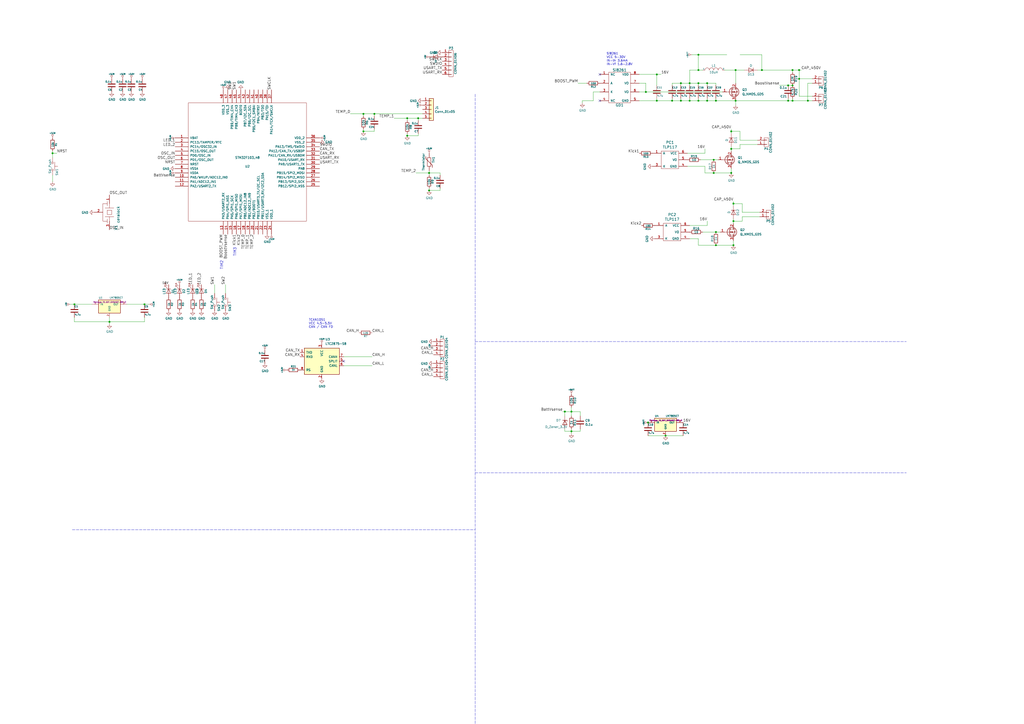
<source format=kicad_sch>
(kicad_sch (version 20211123) (generator eeschema)
  (paper "A2")
  (junction (at 63.5 186.69))
  (junction (at 331.47 238.76))
  (junction (at 463.55 40.64))
  (junction (at 217.17 66.04))
  (junction (at 400.05 58.42))
  (junction (at 414.02 100.33))
  (junction (at 248.92 100.33))
  (junction (at 331.47 250.19))
  (junction (at 457.2 49.53))
  (junction (at 210.82 76.2))
  (junction (at 381 43.18))
  (junction (at 405.13 58.42))
  (junction (at 414.02 92.71))
  (junction (at 394.97 58.42))
  (junction (at 389.89 58.42))
  (junction (at 405.13 48.26))
  (junction (at 459.74 58.42))
  (junction (at 426.72 40.64))
  (junction (at 459.74 40.64))
  (junction (at 236.22 68.58))
  (junction (at 415.29 142.24))
  (junction (at 425.45 128.27))
  (junction (at 468.63 58.42))
  (junction (at 424.18 76.2))
  (junction (at 457.2 58.42))
  (junction (at 415.29 58.42))
  (junction (at 43.18 176.53))
  (junction (at 405.13 31.75))
  (junction (at 394.97 48.26))
  (junction (at 236.22 78.74))
  (junction (at 425.45 142.24))
  (junction (at 242.57 68.58))
  (junction (at 459.74 49.53))
  (junction (at 386.08 252.73))
  (junction (at 248.92 110.49))
  (junction (at 327.66 238.76))
  (junction (at 375.92 245.11))
  (junction (at 426.72 58.42))
  (junction (at 415.29 134.62))
  (junction (at 405.13 40.64))
  (junction (at 410.21 48.26))
  (junction (at 30.48 88.9))
  (junction (at 410.21 58.42))
  (junction (at 441.96 40.64))
  (junction (at 463.55 45.72))
  (junction (at 381 58.42))
  (junction (at 210.82 66.04))
  (junction (at 83.82 176.53))
  (junction (at 374.65 53.34))
  (junction (at 425.45 118.11))
  (junction (at 424.18 86.36))
  (junction (at 424.18 100.33))
  (junction (at 400.05 48.26))
  (no_connect (at 199.39 209.55))
  (no_connect (at 347.98 58.42))
  (no_connect (at 347.98 43.18))
  (wire (pts (xy 429.26 86.36) (xy 429.26 83.82)))
  (wire (pts (xy 441.96 31.75) (xy 429.26 31.75)))
  (wire (pts (xy 331.47 236.22) (xy 331.47 238.76)))
  (wire (pts (xy 394.97 57.15) (xy 394.97 58.42)))
  (wire (pts (xy 236.22 68.58) (xy 242.57 68.58)))
  (wire (pts (xy 457.2 58.42) (xy 459.74 58.42)))
  (wire (pts (xy 83.82 176.53) (xy 86.36 176.53)))
  (wire (pts (xy 452.12 49.53) (xy 457.2 49.53)))
  (wire (pts (xy 471.17 58.42) (xy 468.63 58.42)))
  (wire (pts (xy 471.17 48.26) (xy 468.63 48.26)))
  (wire (pts (xy 430.53 118.11) (xy 430.53 123.19)))
  (wire (pts (xy 471.17 55.88) (xy 463.55 55.88)))
  (wire (pts (xy 425.45 139.7) (xy 425.45 142.24)))
  (wire (pts (xy 381 57.15) (xy 381 58.42)))
  (wire (pts (xy 401.32 31.75) (xy 405.13 31.75)))
  (wire (pts (xy 245.11 68.58) (xy 242.57 68.58)))
  (wire (pts (xy 63.5 186.69) (xy 63.5 187.96)))
  (wire (pts (xy 468.63 48.26) (xy 468.63 58.42)))
  (wire (pts (xy 415.29 58.42) (xy 426.72 58.42)))
  (wire (pts (xy 331.47 238.76) (xy 331.47 241.3)))
  (wire (pts (xy 424.18 76.2) (xy 429.26 76.2)))
  (wire (pts (xy 463.55 40.64) (xy 464.82 40.64)))
  (wire (pts (xy 430.53 125.73) (xy 440.69 125.73)))
  (wire (pts (xy 30.48 101.6) (xy 30.48 105.41)))
  (wire (pts (xy 255.27 110.49) (xy 255.27 109.22)))
  (wire (pts (xy 30.48 88.9) (xy 33.02 88.9)))
  (wire (pts (xy 389.89 48.26) (xy 394.97 48.26)))
  (wire (pts (xy 410.21 48.26) (xy 405.13 48.26)))
  (wire (pts (xy 248.92 100.33) (xy 255.27 100.33)))
  (wire (pts (xy 331.47 238.76) (xy 336.55 238.76)))
  (wire (pts (xy 459.74 58.42) (xy 459.74 57.15)))
  (wire (pts (xy 426.72 58.42) (xy 426.72 60.96)))
  (polyline (pts (xy 275.59 198.12) (xy 525.78 198.12)))
  (wire (pts (xy 429.26 83.82) (xy 439.42 83.82)))
  (wire (pts (xy 394.97 58.42) (xy 400.05 58.42)))
  (polyline (pts (xy 275.59 274.32) (xy 525.78 274.32)))
  (wire (pts (xy 426.72 58.42) (xy 457.2 58.42)))
  (wire (pts (xy 43.18 186.69) (xy 63.5 186.69)))
  (wire (pts (xy 441.96 31.75) (xy 441.96 40.64)))
  (wire (pts (xy 336.55 238.76) (xy 336.55 241.3)))
  (wire (pts (xy 255.27 100.33) (xy 255.27 101.6)))
  (wire (pts (xy 405.13 57.15) (xy 405.13 58.42)))
  (wire (pts (xy 199.39 212.09) (xy 215.9 212.09)))
  (wire (pts (xy 425.45 118.11) (xy 425.45 116.84)))
  (wire (pts (xy 426.72 40.64) (xy 431.8 40.64)))
  (wire (pts (xy 405.13 49.53) (xy 405.13 48.26)))
  (wire (pts (xy 331.47 250.19) (xy 336.55 250.19)))
  (wire (pts (xy 424.18 86.36) (xy 429.26 86.36)))
  (wire (pts (xy 420.37 40.64) (xy 426.72 40.64)))
  (wire (pts (xy 370.84 43.18) (xy 381 43.18)))
  (wire (pts (xy 410.21 58.42) (xy 415.29 58.42)))
  (wire (pts (xy 400.05 138.43) (xy 405.13 138.43)))
  (wire (pts (xy 389.89 49.53) (xy 389.89 48.26)))
  (wire (pts (xy 83.82 186.69) (xy 83.82 184.15)))
  (wire (pts (xy 424.18 100.33) (xy 414.02 100.33)))
  (wire (pts (xy 210.82 76.2) (xy 210.82 74.93)))
  (wire (pts (xy 457.2 58.42) (xy 457.2 57.15)))
  (polyline (pts (xy 275.59 54.61) (xy 275.59 424.18)))
  (wire (pts (xy 457.2 49.53) (xy 459.74 49.53)))
  (wire (pts (xy 408.94 100.33) (xy 414.02 100.33)))
  (wire (pts (xy 210.82 76.2) (xy 217.17 76.2)))
  (wire (pts (xy 236.22 78.74) (xy 242.57 78.74)))
  (wire (pts (xy 73.66 176.53) (xy 83.82 176.53)))
  (wire (pts (xy 236.22 68.58) (xy 236.22 69.85)))
  (wire (pts (xy 374.65 53.34) (xy 419.1 53.34)))
  (wire (pts (xy 386.08 252.73) (xy 396.24 252.73)))
  (wire (pts (xy 331.47 238.76) (xy 327.66 238.76)))
  (wire (pts (xy 43.18 186.69) (xy 43.18 184.15)))
  (wire (pts (xy 331.47 250.19) (xy 331.47 248.92)))
  (wire (pts (xy 370.84 48.26) (xy 374.65 48.26)))
  (wire (pts (xy 400.05 58.42) (xy 405.13 58.42)))
  (wire (pts (xy 459.74 58.42) (xy 468.63 58.42)))
  (wire (pts (xy 40.64 176.53) (xy 43.18 176.53)))
  (wire (pts (xy 337.82 58.42) (xy 337.82 59.69)))
  (wire (pts (xy 405.13 31.75) (xy 405.13 40.64)))
  (wire (pts (xy 344.17 53.34) (xy 347.98 53.34)))
  (wire (pts (xy 400.05 130.81) (xy 410.21 130.81)))
  (wire (pts (xy 394.97 48.26) (xy 400.05 48.26)))
  (wire (pts (xy 417.83 134.62) (xy 415.29 134.62)))
  (wire (pts (xy 471.17 45.72) (xy 463.55 45.72)))
  (wire (pts (xy 439.42 40.64) (xy 441.96 40.64)))
  (wire (pts (xy 30.48 88.9) (xy 30.48 91.44)))
  (wire (pts (xy 400.05 57.15) (xy 400.05 58.42)))
  (wire (pts (xy 248.92 100.33) (xy 248.92 101.6)))
  (wire (pts (xy 425.45 128.27) (xy 430.53 128.27)))
  (wire (pts (xy 370.84 53.34) (xy 374.65 53.34)))
  (wire (pts (xy 242.57 78.74) (xy 242.57 77.47)))
  (wire (pts (xy 429.26 81.28) (xy 439.42 81.28)))
  (wire (pts (xy 425.45 119.38) (xy 425.45 118.11)))
  (wire (pts (xy 424.18 86.36) (xy 424.18 87.63)))
  (wire (pts (xy 415.29 134.62) (xy 407.67 134.62)))
  (wire (pts (xy 398.78 88.9) (xy 408.94 88.9)))
  (wire (pts (xy 210.82 66.04) (xy 210.82 67.31)))
  (wire (pts (xy 217.17 66.04) (xy 217.17 67.31)))
  (wire (pts (xy 405.13 142.24) (xy 415.29 142.24)))
  (wire (pts (xy 405.13 40.64) (xy 407.67 40.64)))
  (wire (pts (xy 217.17 76.2) (xy 217.17 74.93)))
  (wire (pts (xy 335.28 48.26) (xy 340.36 48.26)))
  (wire (pts (xy 331.47 251.46) (xy 331.47 250.19)))
  (wire (pts (xy 375.92 252.73) (xy 386.08 252.73)))
  (wire (pts (xy 242.57 68.58) (xy 242.57 69.85)))
  (wire (pts (xy 400.05 40.64) (xy 405.13 40.64)))
  (wire (pts (xy 415.29 57.15) (xy 415.29 58.42)))
  (wire (pts (xy 421.64 31.75) (xy 405.13 31.75)))
  (wire (pts (xy 327.66 241.3) (xy 327.66 238.76)))
  (wire (pts (xy 389.89 57.15) (xy 389.89 58.42)))
  (wire (pts (xy 30.48 87.63) (xy 30.48 88.9)))
  (wire (pts (xy 327.66 248.92) (xy 327.66 250.19)))
  (wire (pts (xy 236.22 68.58) (xy 228.6 68.58)))
  (wire (pts (xy 236.22 78.74) (xy 236.22 77.47)))
  (wire (pts (xy 43.18 176.53) (xy 53.34 176.53)))
  (wire (pts (xy 415.29 48.26) (xy 410.21 48.26)))
  (wire (pts (xy 63.5 186.69) (xy 83.82 186.69)))
  (wire (pts (xy 381 43.18) (xy 381 49.53)))
  (wire (pts (xy 425.45 127) (xy 425.45 128.27)))
  (wire (pts (xy 248.92 110.49) (xy 255.27 110.49)))
  (wire (pts (xy 248.92 109.22) (xy 248.92 110.49)))
  (wire (pts (xy 405.13 58.42) (xy 410.21 58.42)))
  (wire (pts (xy 425.45 118.11) (xy 430.53 118.11)))
  (wire (pts (xy 408.94 96.52) (xy 408.94 100.33)))
  (wire (pts (xy 210.82 66.04) (xy 217.17 66.04)))
  (wire (pts (xy 327.66 238.76) (xy 326.39 238.76)))
  (wire (pts (xy 424.18 77.47) (xy 424.18 76.2)))
  (wire (pts (xy 248.92 100.33) (xy 241.3 100.33)))
  (wire (pts (xy 405.13 138.43) (xy 405.13 142.24)))
  (wire (pts (xy 425.45 142.24) (xy 415.29 142.24)))
  (wire (pts (xy 463.55 55.88) (xy 463.55 45.72)))
  (wire (pts (xy 400.05 48.26) (xy 400.05 49.53)))
  (wire (pts (xy 389.89 58.42) (xy 394.97 58.42)))
  (wire (pts (xy 424.18 85.09) (xy 424.18 86.36)))
  (wire (pts (xy 430.53 128.27) (xy 430.53 125.73)))
  (wire (pts (xy 383.54 43.18) (xy 381 43.18)))
  (wire (pts (xy 217.17 66.04) (xy 245.11 66.04)))
  (wire (pts (xy 370.84 58.42) (xy 381 58.42)))
  (wire (pts (xy 410.21 130.81) (xy 410.21 128.27)))
  (wire (pts (xy 374.65 48.26) (xy 374.65 53.34)))
  (wire (pts (xy 429.26 76.2) (xy 429.26 81.28)))
  (wire (pts (xy 381 58.42) (xy 389.89 58.42)))
  (wire (pts (xy 463.55 40.64) (xy 463.55 45.72)))
  (wire (pts (xy 398.78 96.52) (xy 408.94 96.52)))
  (wire (pts (xy 415.29 49.53) (xy 415.29 48.26)))
  (wire (pts (xy 248.92 99.06) (xy 248.92 100.33)))
  (wire (pts (xy 199.39 207.01) (xy 215.9 207.01)))
  (wire (pts (xy 425.45 128.27) (xy 425.45 129.54)))
  (wire (pts (xy 426.72 40.64) (xy 426.72 48.26)))
  (wire (pts (xy 441.96 40.64) (xy 459.74 40.64)))
  (wire (pts (xy 336.55 250.19) (xy 336.55 248.92)))
  (wire (pts (xy 344.17 58.42) (xy 344.17 53.34)))
  (wire (pts (xy 400.05 48.26) (xy 400.05 40.64)))
  (wire (pts (xy 124.46 165.1) (xy 124.46 170.18)))
  (wire (pts (xy 327.66 250.19) (xy 331.47 250.19)))
  (wire (pts (xy 414.02 92.71) (xy 406.4 92.71)))
  (wire (pts (xy 410.21 57.15) (xy 410.21 58.42)))
  (wire (pts (xy 394.97 49.53) (xy 394.97 48.26)))
  (wire (pts (xy 130.81 165.1) (xy 130.81 170.18)))
  (polyline (pts (xy 41.91 307.34) (xy 275.59 307.34)))
  (wire (pts (xy 408.94 88.9) (xy 408.94 86.36)))
  (wire (pts (xy 63.5 184.15) (xy 63.5 186.69)))
  (wire (pts (xy 459.74 40.64) (xy 459.74 41.91)))
  (wire (pts (xy 416.56 92.71) (xy 414.02 92.71)))
  (wire (pts (xy 210.82 66.04) (xy 203.2 66.04)))
  (wire (pts (xy 430.53 123.19) (xy 440.69 123.19)))
  (wire (pts (xy 424.18 76.2) (xy 424.18 74.93)))
  (wire (pts (xy 459.74 40.64) (xy 463.55 40.64)))
  (wire (pts (xy 337.82 58.42) (xy 344.17 58.42)))
  (wire (pts (xy 405.13 48.26) (xy 400.05 48.26)))
  (wire (pts (xy 410.21 49.53) (xy 410.21 48.26)))
  (wire (pts (xy 424.18 97.79) (xy 424.18 100.33)))
  (text "Si8261\nVCC 5-30V\nIN-th 3.6mA\nIN-Vf 1.6-2.8V" (at 351.79 38.1 0) (effects (font (size 1.27 1.27)) (justify left bottom)))
  (text "TIM3\n" (at 137.16 143.51 270) (effects (font (size 1.524 1.524)) (justify right bottom)))
  (text "TCAN1051\nVCC 4.5-5.5V\nCAN / CAN FD" (at 179.07 190.5 0) (effects (font (size 1.27 1.27)) (justify left bottom)))
  (text "TIM2\n" (at 129.54 151.13 270) (effects (font (size 1.524 1.524)) (justify right bottom)))
  (label "CAN_TX" (at 173.99 204.47 180) (effects (font (size 1.524 1.524))))
  (label "TEMP_0" (at 203.2 66.04 180) (effects (font (size 1.524 1.524))))
  (label "SW1" (at 137.16 52.07 90) (effects (font (size 1.524 1.524))))
  (label "OSC_OUT" (at 63.5 113.03 0) (effects (font (size 1.524 1.524))))
  (label "USART_RX" (at 185.42 92.71 0) (effects (font (size 1.524 1.524))))
  (label "CAN_RX" (at 173.99 207.01 180) (effects (font (size 1.524 1.524))))
  (label "SWDIO" (at 185.42 85.09 0) (effects (font (size 1.524 1.524))))
  (label "TEMP_2" (at 147.32 135.89 270) (effects (font (size 1.524 1.524))))
  (label "Kick1" (at 370.84 88.9 180) (effects (font (size 1.524 1.524))))
  (label "NRST" (at 101.6 95.25 180) (effects (font (size 1.524 1.524))))
  (label "USART_TX" (at 256.54 40.64 180) (effects (font (size 1.524 1.524))))
  (label "SW2" (at 130.81 165.1 90) (effects (font (size 1.524 1.524))))
  (label "BoostVsense" (at 132.08 135.89 270) (effects (font (size 1.524 1.524))))
  (label "SWCLK" (at 157.48 52.07 90) (effects (font (size 1.524 1.524))))
  (label "CAN_H" (at 251.46 203.2 180) (effects (font (size 1.524 1.524))))
  (label "CAN_L" (at 251.46 218.44 180) (effects (font (size 1.524 1.524))))
  (label "16V" (at 396.24 245.11 0) (effects (font (size 1.524 1.524))))
  (label "TEMP_1" (at 144.78 135.89 270) (effects (font (size 1.524 1.524))))
  (label "16V" (at 97.79 165.1 180))
  (label "BOOST_PWM" (at 129.54 135.89 270) (effects (font (size 1.524 1.524))))
  (label "CAN_L" (at 215.9 212.09 0) (effects (font (size 1.524 1.524))))
  (label "CAP_450V" (at 464.82 40.64 0) (effects (font (size 1.524 1.524))))
  (label "16V" (at 383.54 43.18 0) (effects (font (size 1.524 1.524))))
  (label "BattVsense" (at 326.39 238.76 180) (effects (font (size 1.524 1.524))))
  (label "BoostVsense" (at 452.12 49.53 180) (effects (font (size 1.524 1.524))))
  (label "TEMP_1" (at 228.6 68.58 180) (effects (font (size 1.524 1.524))))
  (label "SW2" (at 134.62 52.07 90) (effects (font (size 1.524 1.524))))
  (label "TEMP_0" (at 142.24 135.89 270) (effects (font (size 1.524 1.524))))
  (label "SWCLK" (at 256.54 35.56 180) (effects (font (size 1.524 1.524))))
  (label "16V" (at 408.94 86.36 180) (effects (font (size 1.524 1.524))))
  (label "TEMP_2" (at 241.3 100.33 180) (effects (font (size 1.524 1.524))))
  (label "LED_2" (at 116.84 165.1 90) (effects (font (size 1.524 1.524))))
  (label "CAN_H" (at 208.28 193.04 180) (effects (font (size 1.524 1.524))))
  (label "CAN_TX" (at 185.42 87.63 0) (effects (font (size 1.524 1.524))))
  (label "Kick2" (at 372.11 130.81 180) (effects (font (size 1.524 1.524))))
  (label "BOOST_PWM" (at 335.28 48.26 180) (effects (font (size 1.524 1.524))))
  (label "OSC_OUT" (at 101.6 92.71 180) (effects (font (size 1.524 1.524))))
  (label "LED_1" (at 111.76 165.1 90) (effects (font (size 1.524 1.524))))
  (label "SWDIO" (at 256.54 38.1 180) (effects (font (size 1.524 1.524))))
  (label "OSC_IN" (at 63.5 133.35 0) (effects (font (size 1.524 1.524))))
  (label "LED_2" (at 101.6 85.09 180) (effects (font (size 1.524 1.524))))
  (label "CAN_H" (at 215.9 207.01 0) (effects (font (size 1.524 1.524))))
  (label "BattVsense" (at 101.6 102.87 180) (effects (font (size 1.524 1.524))))
  (label "CAN_H" (at 251.46 215.9 180) (effects (font (size 1.524 1.524))))
  (label "CAN_L" (at 215.9 193.04 0) (effects (font (size 1.524 1.524))))
  (label "Kick2" (at 139.7 135.89 270) (effects (font (size 1.524 1.524))))
  (label "CAP_450V" (at 425.45 116.84 180) (effects (font (size 1.524 1.524))))
  (label "OSC_IN" (at 101.6 90.17 180) (effects (font (size 1.524 1.524))))
  (label "16V" (at 410.21 128.27 180) (effects (font (size 1.524 1.524))))
  (label "NRST" (at 33.02 88.9 0) (effects (font (size 1.524 1.524))))
  (label "CAN_RX" (at 185.42 90.17 0) (effects (font (size 1.524 1.524))))
  (label "LED_1" (at 101.6 82.55 180) (effects (font (size 1.524 1.524))))
  (label "USART_TX" (at 185.42 95.25 0) (effects (font (size 1.524 1.524))))
  (label "Kick1" (at 137.16 135.89 270) (effects (font (size 1.524 1.524))))
  (label "SW1" (at 124.46 165.1 90) (effects (font (size 1.524 1.524))))
  (label "CAP_450V" (at 424.18 74.93 180) (effects (font (size 1.524 1.524))))
  (label "CAN_L" (at 251.46 205.74 180) (effects (font (size 1.524 1.524))))
  (label "USART_RX" (at 256.54 43.18 180) (effects (font (size 1.524 1.524))))
  (symbol (lib_id "SSL_BST_ver1.3-rescue:R") (at 30.48 83.82 0) (unit 1)
    (property "Reference" "R1" (at 32.512 83.82 90) (effects (font (size 1.016 1.016))))
    (property "Value" "10k" (at 30.6578 83.7946 90) (effects (font (size 1.016 1.016))))
    (property "Footprint" "Resistor_SMD:R_0603_1608Metric" (effects hide))
  )
  (symbol (lib_id "SSL_BST_ver1.3-rescue:LED") (at 104.14 168.91 270) (unit 1)
    (property "Reference" "D2" (at 106.68 168.91 0))
    (property "Value" "LED" (at 101.6 168.91 0))
    (property "Footprint" "LED_SMD:LED_0603_1608Metric" (effects hide))
  )
  (symbol (lib_id "SSL_BST_ver1.3-rescue:R") (at 104.14 176.53 0) (unit 1)
    (property "Reference" "R3" (at 106.172 176.53 90) (effects (font (size 1.016 1.016))))
    (property "Value" "1k" (at 104.3178 176.5046 90) (effects (font (size 1.016 1.016))))
    (property "Footprint" "Resistor_SMD:R_0603_1608Metric" (effects hide))
  )
  (symbol (lib_id "SSL_BST_ver1.3-rescue:LED") (at 111.76 168.91 270) (unit 1)
    (property "Reference" "D3" (at 114.3 168.91 0))
    (property "Value" "LED" (at 109.22 168.91 0))
    (property "Footprint" "LED_SMD:LED_0603_1608Metric" (effects hide))
  )
  (symbol (lib_id "SSL_BST_ver1.3-rescue:R") (at 111.76 176.53 0) (unit 1)
    (property "Reference" "R4" (at 113.792 176.53 90) (effects (font (size 1.016 1.016))))
    (property "Value" "1k" (at 111.9378 176.5046 90) (effects (font (size 1.016 1.016))))
    (property "Footprint" "Resistor_SMD:R_0603_1608Metric" (effects hide))
  )
  (symbol (lib_id "SSL_BST_ver1.3-rescue:CONN_01X06") (at 261.62 36.83 0) (unit 1)
    (property "Reference" "P3" (at 261.62 27.94 0))
    (property "Value" "CONN_01X06" (at 264.16 36.83 90))
    (property "Footprint" "user:ZH_B6B-ZR" (effects hide))
  )
  (symbol (lib_id "SSL_BST_ver1.3-rescue:R") (at 212.09 193.04 270) (unit 1)
    (property "Reference" "R7" (at 212.09 195.072 90) (effects (font (size 1.016 1.016))))
    (property "Value" "120" (at 212.1154 193.2178 90) (effects (font (size 1.016 1.016))))
    (property "Footprint" "Resistor_SMD:R_0603_1608Metric" (effects hide))
  )
  (symbol (lib_id "SSL_BST_ver1.3-rescue:+3.3V") (at 30.48 80.01 0) (unit 1)
    (property "Reference" "#PWR01" (effects hide))
    (property "Value" "+3.3V" (at 30.48 77.216 0) (effects (font (size 0.762 0.762))))
  )
  (symbol (lib_id "SSL_BST_ver1.3-rescue:+3.3V") (at 101.6 100.33 90) (unit 1)
    (property "Reference" "#PWR016" (effects hide))
    (property "Value" "+3.3V" (at 98.806 100.33 0) (effects (font (size 0.762 0.762))))
  )
  (symbol (lib_id "SSL_BST_ver1.3-rescue:+3.3V") (at 157.48 135.89 180) (unit 1)
    (property "Reference" "#PWR028" (effects hide))
    (property "Value" "+3.3V" (at 157.48 138.684 0) (effects (font (size 0.762 0.762))))
  )
  (symbol (lib_id "SSL_BST_ver1.3-rescue:+3.3V") (at 185.42 80.01 270) (unit 1)
    (property "Reference" "#PWR033" (effects hide))
    (property "Value" "+3.3V" (at 188.214 80.01 0) (effects (font (size 0.762 0.762))))
  )
  (symbol (lib_id "SSL_BST_ver1.3-rescue:+3.3V") (at 129.54 52.07 0) (unit 1)
    (property "Reference" "#PWR022" (effects hide))
    (property "Value" "+3.3V" (at 129.54 49.276 0) (effects (font (size 0.762 0.762))))
  )
  (symbol (lib_id "SSL_BST_ver1.3-rescue:+3.3V") (at 104.14 165.1 0) (unit 1)
    (property "Reference" "#PWR017" (effects hide))
    (property "Value" "+3.3V" (at 104.14 162.306 0) (effects (font (size 0.762 0.762))))
  )
  (symbol (lib_id "SSL_BST_ver1.3-rescue:+3.3V") (at 82.55 45.72 0) (unit 1)
    (property "Reference" "#PWR010" (effects hide))
    (property "Value" "+3.3V" (at 82.55 42.926 0) (effects (font (size 0.762 0.762))))
  )
  (symbol (lib_id "SSL_BST_ver1.3-rescue:C") (at 82.55 49.53 180) (unit 1)
    (property "Reference" "C4" (at 82.55 52.07 0) (effects (font (size 1.016 1.016)) (justify left)))
    (property "Value" "0.1u" (at 82.3976 47.371 0) (effects (font (size 1.016 1.016)) (justify left)))
    (property "Footprint" "Capacitor_SMD:C_0603_1608Metric" (effects hide))
  )
  (symbol (lib_id "SSL_BST_ver1.3-rescue:+3.3V") (at 76.2 45.72 0) (unit 1)
    (property "Reference" "#PWR08" (effects hide))
    (property "Value" "+3.3V" (at 76.2 42.926 0) (effects (font (size 0.762 0.762))))
  )
  (symbol (lib_id "SSL_BST_ver1.3-rescue:C") (at 76.2 49.53 180) (unit 1)
    (property "Reference" "C3" (at 76.2 52.07 0) (effects (font (size 1.016 1.016)) (justify left)))
    (property "Value" "0.1u" (at 76.0476 47.371 0) (effects (font (size 1.016 1.016)) (justify left)))
    (property "Footprint" "Capacitor_SMD:C_0603_1608Metric" (effects hide))
  )
  (symbol (lib_id "SSL_BST_ver1.3-rescue:+3.3V") (at 71.12 45.72 0) (unit 1)
    (property "Reference" "#PWR06" (effects hide))
    (property "Value" "+3.3V" (at 71.12 42.926 0) (effects (font (size 0.762 0.762))))
  )
  (symbol (lib_id "SSL_BST_ver1.3-rescue:C") (at 71.12 49.53 180) (unit 1)
    (property "Reference" "C2" (at 71.12 52.07 0) (effects (font (size 1.016 1.016)) (justify left)))
    (property "Value" "0.1u" (at 70.9676 47.371 0) (effects (font (size 1.016 1.016)) (justify left)))
    (property "Footprint" "Capacitor_SMD:C_0603_1608Metric" (effects hide))
  )
  (symbol (lib_id "SSL_BST_ver1.3-rescue:C") (at 64.77 49.53 180) (unit 1)
    (property "Reference" "C6" (at 64.77 52.07 0) (effects (font (size 1.016 1.016)) (justify left)))
    (property "Value" "0.1u" (at 64.6176 47.371 0) (effects (font (size 1.016 1.016)) (justify left)))
    (property "Footprint" "Capacitor_SMD:C_0603_1608Metric" (effects hide))
  )
  (symbol (lib_id "SSL_BST_ver1.3-rescue:+3.3V") (at 86.36 176.53 270) (unit 1)
    (property "Reference" "#PWR012" (effects hide))
    (property "Value" "+3.3V" (at 89.154 176.53 0) (effects (font (size 0.762 0.762))))
  )
  (symbol (lib_id "SSL_BST_ver1.3-rescue:STM32F103_48") (at 143.51 93.98 0) (unit 1)
    (property "Reference" "U2" (at 143.51 96.52 0))
    (property "Value" "STM32F103_48" (at 143.51 91.44 0))
    (property "Footprint" "Package_QFP:LQFP-48_7x7mm_P0.5mm" (effects hide))
    (property "Datasheet" "DOCUMENTATION" (effects hide))
  )
  (symbol (lib_id "SSL_BST_ver1.3-rescue:SW_Push") (at 30.48 96.52 270) (unit 1)
    (property "Reference" "SW1" (at 33.02 97.79 0) (effects (justify left)))
    (property "Value" "SW_Push" (at 28.956 96.52 0))
    (property "Footprint" "Button_Switch_SMD:SW_Push_1P1T_NO_CK_KMR2" (effects hide))
  )
  (symbol (lib_id "SSL_BST_ver1.3-rescue:INDUCTOR") (at 414.02 40.64 0) (unit 1)
    (property "Reference" "L1" (at 414.02 38.1 0))
    (property "Value" "10uH" (at 414.02 41.91 0))
    (property "Footprint" "Inductor_SMD:L_Bourns_SRP1770TA_16.9x16.9mm" (effects hide))
  )
  (symbol (lib_id "SSL_BST_ver1.3-rescue:D") (at 435.61 40.64 180) (unit 1)
    (property "Reference" "D13" (at 435.61 43.18 0))
    (property "Value" "D" (at 435.61 38.1 0))
    (property "Footprint" "Diode_SMD:D_SOD-128" (effects hide))
  )
  (symbol (lib_id "SSL_BST_ver1.3-rescue:SW_Push") (at 124.46 175.26 270) (unit 1)
    (property "Reference" "SW2" (at 127 176.53 0) (effects (justify left)))
    (property "Value" "SW_Push" (at 122.936 175.26 0))
    (property "Footprint" "Button_Switch_SMD:SW_Push_1P1T_NO_CK_KMR2" (effects hide))
  )
  (symbol (lib_id "SSL_BST_ver1.3-rescue:C") (at 457.2 53.34 180) (unit 1)
    (property "Reference" "C21" (at 456.565 55.88 0) (effects (justify left)))
    (property "Value" "0.1u" (at 456.565 50.8 0) (effects (justify left)))
    (property "Footprint" "Capacitor_SMD:C_0603_1608Metric" (effects hide))
  )
  (symbol (lib_id "SSL_BST_ver1.3-rescue:R") (at 331.47 245.11 0) (unit 1)
    (property "Reference" "R11" (at 333.502 245.11 90))
    (property "Value" "1k" (at 331.47 245.11 90))
    (property "Footprint" "Resistor_SMD:R_0603_1608Metric" (effects hide))
  )
  (symbol (lib_id "SSL_BST_ver1.3-rescue:R") (at 331.47 232.41 0) (unit 1)
    (property "Reference" "R10" (at 333.502 232.41 90))
    (property "Value" "10k" (at 331.47 232.41 90))
    (property "Footprint" "Resistor_SMD:R_0603_1608Metric" (effects hide))
  )
  (symbol (lib_id "SSL_BST_ver1.3-rescue:ceralock") (at 63.5 123.19 270) (unit 1)
    (property "Reference" "X1" (at 67.31 132.08 0) (effects (font (size 1.524 1.524))))
    (property "Value" "ceralock" (at 68.58 124.46 0) (effects (font (size 1.524 1.524))))
    (property "Footprint" "Crystal:Resonator_SMD_Murata_CSTxExxV-3Pin_3.0x1.1mm" (effects hide))
  )
  (symbol (lib_id "SSL_BST_ver1.3-rescue:+5V") (at 248.92 33.02 90) (unit 1)
    (property "Reference" "#PWR041" (effects hide))
    (property "Value" "+5V" (at 246.634 33.02 0) (effects (font (size 0.762 0.762))))
  )
  (symbol (lib_id "SSL_BST_ver1.3-rescue:LED") (at 116.84 168.91 270) (unit 1)
    (property "Reference" "D4" (at 119.38 168.91 0))
    (property "Value" "LED" (at 114.3 168.91 0))
    (property "Footprint" "LED_SMD:LED_0603_1608Metric" (effects hide))
  )
  (symbol (lib_id "SSL_BST_ver1.3-rescue:R") (at 116.84 176.53 0) (unit 1)
    (property "Reference" "R5" (at 118.872 176.53 90) (effects (font (size 1.016 1.016))))
    (property "Value" "1k" (at 117.0178 176.5046 90) (effects (font (size 1.016 1.016))))
    (property "Footprint" "Resistor_SMD:R_0603_1608Metric" (effects hide))
  )
  (symbol (lib_id "SSL_BST_ver1.3-rescue:SW_Push") (at 130.81 175.26 270) (unit 1)
    (property "Reference" "SW3" (at 133.35 176.53 0) (effects (justify left)))
    (property "Value" "SW_Push" (at 129.286 175.26 0))
    (property "Footprint" "Button_Switch_SMD:SW_Push_1P1T_NO_CK_KMR2" (effects hide))
  )
  (symbol (lib_id "SSL_BST_ver1.3-rescue:C") (at 83.82 180.34 0) (unit 1)
    (property "Reference" "C5" (at 83.82 177.8 0) (effects (font (size 1.016 1.016)) (justify left)))
    (property "Value" "4.7u" (at 83.9724 182.499 0) (effects (font (size 1.016 1.016)) (justify left)))
    (property "Footprint" "Capacitor_SMD:C_1206_3216Metric" (effects hide))
  )
  (symbol (lib_id "SSL_BST_ver1.3-rescue:C") (at 43.18 180.34 0) (unit 1)
    (property "Reference" "C1" (at 43.18 177.8 0) (effects (font (size 1.016 1.016)) (justify left)))
    (property "Value" "4.7u" (at 43.3324 182.499 0) (effects (font (size 1.016 1.016)) (justify left)))
    (property "Footprint" "Capacitor_SMD:C_1206_3216Metric" (effects hide))
  )
  (symbol (lib_id "SSL_BST_ver1.3-rescue:LM7805CT") (at 63.5 177.8 0) (unit 1)
    (property "Reference" "U1" (at 58.42 172.72 0) (effects (font (size 1.016 1.016))))
    (property "Value" "LM7805CT" (at 63.5 172.72 0) (effects (font (size 1.016 1.016)) (justify left)))
    (property "Footprint" "Package_TO_SOT_SMD:SOT-89-3" (at 63.5 175.26 0) (effects (font (size 0.762 0.762) italic)))
  )
  (symbol (lib_id "SSL_BST_ver1.3-rescue:+5V") (at 40.64 176.53 90) (unit 1)
    (property "Reference" "#PWR03" (effects hide))
    (property "Value" "+5V" (at 38.354 176.53 0) (effects (font (size 0.762 0.762))))
  )
  (symbol (lib_id "SSL_BST_ver1.3-rescue:R") (at 459.74 45.72 0) (unit 1)
    (property "Reference" "R19" (at 461.772 45.72 90))
    (property "Value" "1M" (at 459.74 45.72 90))
    (property "Footprint" "Resistor_SMD:R_1206_3216Metric" (effects hide))
  )
  (symbol (lib_id "SSL_BST_ver1.3-rescue:R") (at 459.74 53.34 0) (unit 1)
    (property "Reference" "R20" (at 461.772 53.34 90))
    (property "Value" "4.7k" (at 459.74 53.34 90))
    (property "Footprint" "Resistor_SMD:R_0603_1608Metric" (effects hide))
  )
  (symbol (lib_id "SSL_BST_ver1.3-rescue:C") (at 381 53.34 0) (unit 1)
    (property "Reference" "C11" (at 381 50.8 0) (effects (font (size 1.016 1.016)) (justify left)))
    (property "Value" "4.7u" (at 381.1524 55.499 0) (effects (font (size 1.016 1.016)) (justify left)))
    (property "Footprint" "Capacitor_SMD:C_1206_3216Metric" (effects hide))
  )
  (symbol (lib_id "SSL_BST_ver1.3-rescue:+3.3V") (at 101.6 80.01 90) (unit 1)
    (property "Reference" "#PWR014" (effects hide))
    (property "Value" "+3.3V" (at 98.806 80.01 0) (effects (font (size 0.762 0.762))))
  )
  (symbol (lib_id "SSL_BST_ver1.3-rescue:Si8261") (at 359.41 50.8 0) (unit 1)
    (property "Reference" "GD1" (at 359.41 60.96 0) (effects (font (size 1.524 1.524))))
    (property "Value" "Si8261" (at 359.41 40.64 0) (effects (font (size 1.524 1.524))))
    (property "Footprint" "Package_SO:SO-8_3.9x4.9mm_P1.27mm" (effects hide))
  )
  (symbol (lib_id "SSL_BST_ver1.3-rescue:R") (at 344.17 48.26 270) (unit 1)
    (property "Reference" "R12" (at 344.17 50.292 90) (effects (font (size 1.016 1.016))))
    (property "Value" "100" (at 344.1954 48.4378 90) (effects (font (size 1.016 1.016))))
    (property "Footprint" "Resistor_SMD:R_0603_1608Metric_Pad0.98x0.95mm_HandSolder" (effects hide))
  )
  (symbol (lib_id "SSL_BST_ver1.3-rescue:D") (at 252.73 33.02 0) (unit 1)
    (property "Reference" "D6" (at 252.73 30.48 0))
    (property "Value" "D" (at 252.73 35.56 0))
    (property "Footprint" "Diode_SMD:D_0603_1608Metric" (effects hide))
  )
  (symbol (lib_id "SSL_BST_ver1.3-rescue:+BATT") (at 331.47 228.6 0) (unit 1)
    (property "Reference" "#PWR049" (effects hide))
    (property "Value" "+BATT" (at 331.47 226.06 0) (effects (font (size 0.762 0.762))))
  )
  (symbol (lib_id "SSL_BST_ver1.3-rescue:R") (at 236.22 73.66 0) (unit 1)
    (property "Reference" "R8" (at 238.252 73.66 90))
    (property "Value" "10k" (at 236.22 73.66 90))
    (property "Footprint" "Resistor_SMD:R_0603_1608Metric" (effects hide))
  )
  (symbol (lib_id "SSL_BST_ver1.3-rescue:Thermistor") (at 248.92 93.98 0) (unit 1)
    (property "Reference" "TH1" (at 251.46 92.71 90))
    (property "Value" "Thermistor" (at 246.38 93.98 90) (effects (justify bottom)))
    (property "Footprint" "Resistor_SMD:R_0603_1608Metric" (effects hide))
  )
  (symbol (lib_id "SSL_BST_ver1.3-rescue:R") (at 248.92 105.41 0) (unit 1)
    (property "Reference" "R9" (at 250.952 105.41 90))
    (property "Value" "10k" (at 248.92 105.41 90))
    (property "Footprint" "Resistor_SMD:R_0603_1608Metric" (effects hide))
  )
  (symbol (lib_id "SSL_BST_ver1.3-rescue:+3.3V") (at 248.92 88.9 0) (unit 1)
    (property "Reference" "#PWR042" (effects hide))
    (property "Value" "+3.3V" (at 248.92 86.106 0) (effects (font (size 0.762 0.762))))
  )
  (symbol (lib_id "SSL_BST_ver1.3-rescue:CONN_01X04") (at 256.54 201.93 0) (unit 1)
    (property "Reference" "P1" (at 256.54 195.58 0))
    (property "Value" "CONN_01X04" (at 259.08 201.93 90))
    (property "Footprint" "Connector_Hirose:Hirose_DF13C_CL535-0404-8-51_1x04-1MP_P1.25mm_Vertical" (effects hide))
  )
  (symbol (lib_id "SSL_BST_ver1.3-rescue:+5V") (at 251.46 213.36 90) (unit 1)
    (property "Reference" "#PWR047" (effects hide))
    (property "Value" "+5V" (at 249.174 213.36 0) (effects (font (size 0.762 0.762))))
  )
  (symbol (lib_id "SSL_BST_ver1.3-rescue:CONN_01X04") (at 256.54 214.63 0) (unit 1)
    (property "Reference" "P2" (at 256.54 208.28 0))
    (property "Value" "CONN_01X04" (at 259.08 214.63 90))
    (property "Footprint" "Connector_Hirose:Hirose_DF13C_CL535-0404-8-51_1x04-1MP_P1.25mm_Vertical" (effects hide))
  )
  (symbol (lib_id "SSL_BST_ver1.3-rescue:+3.3V") (at 245.11 60.96 90) (unit 1)
    (property "Reference" "#PWR039" (effects hide))
    (property "Value" "+3.3V" (at 242.316 60.96 0) (effects (font (size 0.762 0.762))))
  )
  (symbol (lib_id "SSL_BST_ver1.3-rescue:CONN_01X02") (at 476.25 46.99 0) (mirror x) (unit 1)
    (property "Reference" "P6" (at 476.25 50.8 0))
    (property "Value" "CONN_01X02" (at 478.79 46.99 90))
    (property "Footprint" "Connector_JST:JST_VH_S2P-VH_1x02_P3.96mm_Horizontal" (effects hide))
  )
  (symbol (lib_id "SSL_BST_ver1.3-rescue:CONN_01X02") (at 444.5 82.55 0) (mirror x) (unit 1)
    (property "Reference" "P4" (at 444.5 86.36 0))
    (property "Value" "CONN_01X02" (at 447.04 82.55 90))
    (property "Footprint" "Connector_JST:JST_VH_S2P-VH_1x02_P3.96mm_Horizontal" (effects hide))
  )
  (symbol (lib_id "SSL_BST_ver1.3-rescue:D") (at 424.18 81.28 270) (unit 1)
    (property "Reference" "D11" (at 426.72 81.28 0))
    (property "Value" "D" (at 421.64 81.28 0))
    (property "Footprint" "Diode_SMD:D_SOD-128" (effects hide))
  )
  (symbol (lib_id "SSL_BST_ver1.3_rev2-rescue:Conn_01x05-Connector_Generic") (at 250.19 63.5 0) (unit 1)
    (property "Reference" "J1" (at 252.222 62.4332 0) (effects (justify left)))
    (property "Value" "Conn_01x05" (at 252.222 64.7446 0) (effects (justify left)))
    (property "Footprint" "Connector_Hirose:Hirose_DF13C_CL535-0405-0-51_1x05-1MP_P1.25mm_Vertical" (effects hide))
  )
  (symbol (lib_id "SSL_BST_ver1.3_rev2-rescue:GND-power") (at 245.11 58.42 270) (unit 1)
    (property "Reference" "#PWR038" (effects hide))
    (property "Value" "GND" (at 241.8588 58.547 90) (effects (justify right)))
  )
  (symbol (lib_id "SSL_BST_ver1.3_rev2-rescue:GND-power") (at 424.18 100.33 0) (unit 1)
    (property "Reference" "#PWR057" (effects hide))
    (property "Value" "GND" (at 424.307 104.7242 0))
  )
  (symbol (lib_id "SSL_BST_ver1.3-rescue:R") (at 414.02 96.52 180) (unit 1)
    (property "Reference" "R17" (at 411.988 96.52 90))
    (property "Value" "1k" (at 414.02 96.52 90))
    (property "Footprint" "Resistor_SMD:R_0603_1608Metric" (effects hide))
  )
  (symbol (lib_id "SSL_BST_ver1.3_rev2-rescue:TLP117-user") (at 388.62 92.71 0) (unit 1)
    (property "Reference" "PC1" (at 388.62 82.6262 0) (effects (font (size 1.524 1.524))))
    (property "Value" "TLP117" (at 388.62 85.3186 0) (effects (font (size 1.524 1.524))))
    (property "Footprint" "Package_SO:MFSOP6-5_4.4x3.6mm_P1.27mm" (effects hide))
  )
  (symbol (lib_id "SSL_BST_ver1.3-rescue:R") (at 402.59 92.71 90) (unit 1)
    (property "Reference" "R15" (at 402.59 90.678 90))
    (property "Value" "10" (at 402.59 92.71 90))
    (property "Footprint" "Resistor_SMD:R_0603_1608Metric" (effects hide))
  )
  (symbol (lib_id "SSL_BST_ver1.3-rescue:CONN_01X02") (at 476.25 57.15 0) (mirror x) (unit 1)
    (property "Reference" "P7" (at 476.25 60.96 0))
    (property "Value" "CONN_01X02" (at 478.79 57.15 90))
    (property "Footprint" "Connector_JST:JST_VH_S2P-VH_1x02_P3.96mm_Horizontal" (effects hide))
  )
  (symbol (lib_id "SSL_BST_ver1.3_rev2-rescue:GND-power") (at 378.46 96.52 270) (unit 1)
    (property "Reference" "#PWR053" (effects hide))
    (property "Value" "GND" (at 374.0658 96.647 0))
  )
  (symbol (lib_id "SSL_BST_ver1.3-rescue:R") (at 374.65 88.9 270) (unit 1)
    (property "Reference" "R13" (at 374.65 90.932 90) (effects (font (size 1.016 1.016))))
    (property "Value" "100" (at 374.6754 89.0778 90) (effects (font (size 1.016 1.016))))
    (property "Footprint" "Resistor_SMD:R_0603_1608Metric" (effects hide))
  )
  (symbol (lib_id "SSL_BST_ver1.3-rescue:C") (at 255.27 105.41 180) (unit 1)
    (property "Reference" "C8" (at 255.27 107.95 0) (effects (font (size 1.016 1.016)) (justify left)))
    (property "Value" "0.1u" (at 255.1176 103.251 0) (effects (font (size 1.016 1.016)) (justify left)))
    (property "Footprint" "Capacitor_SMD:C_0603_1608Metric" (effects hide))
  )
  (symbol (lib_id "SSL_BST_ver1.3-rescue:C") (at 400.05 53.34 0) (unit 1)
    (property "Reference" "C15" (at 400.05 50.8 0) (effects (font (size 1.016 1.016)) (justify left)))
    (property "Value" "4.7u" (at 400.2024 55.499 0) (effects (font (size 1.016 1.016)) (justify left)))
    (property "Footprint" "Capacitor_SMD:C_1206_3216Metric" (effects hide))
  )
  (symbol (lib_id "SSL_BST_ver1.3-rescue:C") (at 405.13 53.34 0) (unit 1)
    (property "Reference" "C16" (at 405.13 50.8 0) (effects (font (size 1.016 1.016)) (justify left)))
    (property "Value" "4.7u" (at 405.2824 55.499 0) (effects (font (size 1.016 1.016)) (justify left)))
    (property "Footprint" "Capacitor_SMD:C_1206_3216Metric" (effects hide))
  )
  (symbol (lib_id "SSL_BST_ver1.3-rescue:C") (at 242.57 73.66 180) (unit 1)
    (property "Reference" "C7" (at 242.57 76.2 0) (effects (font (size 1.016 1.016)) (justify left)))
    (property "Value" "0.1u" (at 242.4176 71.501 0) (effects (font (size 1.016 1.016)) (justify left)))
    (property "Footprint" "Capacitor_SMD:C_0603_1608Metric" (effects hide))
  )
  (symbol (lib_id "SSL_BST_ver1.3-rescue:+3.3V") (at 186.69 199.39 0) (unit 1)
    (property "Reference" "#PWR031" (effects hide))
    (property "Value" "+3.3V" (at 186.69 196.596 0) (effects (font (size 0.762 0.762))))
  )
  (symbol (lib_id "SSL_BST_ver1.3-rescue:LED") (at 97.79 168.91 270) (unit 1)
    (property "Reference" "D1" (at 100.33 168.91 0))
    (property "Value" "LED" (at 95.25 168.91 0))
    (property "Footprint" "LED_SMD:LED_0603_1608Metric" (effects hide))
  )
  (symbol (lib_id "SSL_BST_ver1.3-rescue:R") (at 97.79 176.53 0) (unit 1)
    (property "Reference" "R2" (at 99.822 176.53 90) (effects (font (size 1.016 1.016))))
    (property "Value" "1k" (at 97.9678 176.5046 90) (effects (font (size 1.016 1.016))))
    (property "Footprint" "Resistor_SMD:R_0603_1608Metric_Pad0.98x0.95mm_HandSolder" (effects hide))
  )
  (symbol (lib_id "SSL_BST_ver1.3_rev2-rescue:GND-power") (at 97.79 180.34 0) (unit 1)
    (property "Reference" "#PWR013" (effects hide))
    (property "Value" "GND" (at 97.917 184.7342 0))
  )
  (symbol (lib_id "SSL_BST_ver1.3-rescue:C") (at 415.29 53.34 0) (unit 1)
    (property "Reference" "C19" (at 415.29 50.8 0) (effects (font (size 1.016 1.016)) (justify left)))
    (property "Value" "4.7u" (at 415.4424 55.499 0) (effects (font (size 1.016 1.016)) (justify left)))
    (property "Footprint" "Capacitor_SMD:C_1206_3216Metric" (effects hide))
  )
  (symbol (lib_id "SSL_BST_ver1.3-rescue:C") (at 394.97 53.34 0) (unit 1)
    (property "Reference" "C13" (at 394.97 50.8 0) (effects (font (size 1.016 1.016)) (justify left)))
    (property "Value" "4.7u" (at 395.1224 55.499 0) (effects (font (size 1.016 1.016)) (justify left)))
    (property "Footprint" "Capacitor_SMD:C_1206_3216Metric" (effects hide))
  )
  (symbol (lib_id "SSL_BST_ver1.3-rescue:C") (at 389.89 53.34 0) (unit 1)
    (property "Reference" "C12" (at 389.89 50.8 0) (effects (font (size 1.016 1.016)) (justify left)))
    (property "Value" "4.7u" (at 390.0424 55.499 0) (effects (font (size 1.016 1.016)) (justify left)))
    (property "Footprint" "Capacitor_SMD:C_1206_3216Metric" (effects hide))
  )
  (symbol (lib_id "SSL_BST_ver1.3_rev2-rescue:GND-power") (at 154.94 135.89 0) (unit 1)
    (property "Reference" "#PWR027" (effects hide))
    (property "Value" "GND" (at 155.067 140.2842 0))
  )
  (symbol (lib_id "SSL_BST_ver1.3_rev2-rescue:GND-power") (at 101.6 97.79 270) (unit 1)
    (property "Reference" "#PWR015" (effects hide))
    (property "Value" "GND" (at 98.3488 97.917 90) (effects (justify right)))
  )
  (symbol (lib_id "SSL_BST_ver1.3_rev2-rescue:GND-power") (at 139.7 52.07 180) (unit 1)
    (property "Reference" "#PWR025" (effects hide))
    (property "Value" "GND" (at 139.573 47.6758 0))
  )
  (symbol (lib_id "SSL_BST_ver1.3_rev2-rescue:GND-power") (at 132.08 52.07 180) (unit 1)
    (property "Reference" "#PWR024" (effects hide))
    (property "Value" "GND" (at 131.953 47.6758 0))
  )
  (symbol (lib_id "SSL_BST_ver1.3_rev2-rescue:GND-power") (at 185.42 82.55 90) (unit 1)
    (property "Reference" "#PWR034" (effects hide))
    (property "Value" "GND" (at 188.6712 82.423 90) (effects (justify right)))
  )
  (symbol (lib_id "SSL_BST_ver1.3_rev2-rescue:GND-power") (at 236.22 78.74 0) (unit 1)
    (property "Reference" "#PWR037" (effects hide))
    (property "Value" "GND" (at 236.347 83.1342 0))
  )
  (symbol (lib_id "SSL_BST_ver1.3_rev2-rescue:GND-power") (at 248.92 110.49 0) (unit 1)
    (property "Reference" "#PWR043" (effects hide))
    (property "Value" "GND" (at 249.047 114.8842 0))
  )
  (symbol (lib_id "SSL_BST_ver1.3_rev2-rescue:GND-power") (at 256.54 30.48 270) (unit 1)
    (property "Reference" "#PWR048" (effects hide))
    (property "Value" "GND" (at 253.2888 30.607 90) (effects (justify right)))
  )
  (symbol (lib_id "SSL_BST_ver1.3_rev2-rescue:GND-power") (at 30.48 105.41 0) (unit 1)
    (property "Reference" "#PWR02" (effects hide))
    (property "Value" "GND" (at 30.607 109.8042 0))
  )
  (symbol (lib_id "SSL_BST_ver1.3_rev2-rescue:GND-power") (at 54.61 123.19 270) (unit 1)
    (property "Reference" "#PWR04" (effects hide))
    (property "Value" "GND" (at 51.3588 123.317 90) (effects (justify right)))
  )
  (symbol (lib_id "SSL_BST_ver1.3_rev2-rescue:GND-power") (at 71.12 53.34 0) (unit 1)
    (property "Reference" "#PWR07" (effects hide))
    (property "Value" "GND" (at 71.247 57.7342 0))
  )
  (symbol (lib_id "SSL_BST_ver1.3_rev2-rescue:GND-power") (at 76.2 53.34 0) (unit 1)
    (property "Reference" "#PWR09" (effects hide))
    (property "Value" "GND" (at 76.327 57.7342 0))
  )
  (symbol (lib_id "SSL_BST_ver1.3_rev2-rescue:GND-power") (at 82.55 53.34 0) (unit 1)
    (property "Reference" "#PWR011" (effects hide))
    (property "Value" "GND" (at 82.677 57.7342 0))
  )
  (symbol (lib_id "SSL_BST_ver1.3_rev2-rescue:GND-power") (at 63.5 187.96 0) (unit 1)
    (property "Reference" "#PWR05" (effects hide))
    (property "Value" "GND" (at 63.627 192.3542 0))
  )
  (symbol (lib_id "SSL_BST_ver1.3_rev2-rescue:GND-power") (at 104.14 180.34 0) (unit 1)
    (property "Reference" "#PWR018" (effects hide))
    (property "Value" "GND" (at 104.267 184.7342 0))
  )
  (symbol (lib_id "SSL_BST_ver1.3_rev2-rescue:GND-power") (at 111.76 180.34 0) (unit 1)
    (property "Reference" "#PWR019" (effects hide))
    (property "Value" "GND" (at 111.887 184.7342 0))
  )
  (symbol (lib_id "SSL_BST_ver1.3_rev2-rescue:GND-power") (at 116.84 180.34 0) (unit 1)
    (property "Reference" "#PWR020" (effects hide))
    (property "Value" "GND" (at 116.967 184.7342 0))
  )
  (symbol (lib_id "SSL_BST_ver1.3_rev2-rescue:GND-power") (at 124.46 180.34 0) (unit 1)
    (property "Reference" "#PWR021" (effects hide))
    (property "Value" "GND" (at 124.587 184.7342 0))
  )
  (symbol (lib_id "SSL_BST_ver1.3_rev2-rescue:GND-power") (at 130.81 180.34 0) (unit 1)
    (property "Reference" "#PWR023" (effects hide))
    (property "Value" "GND" (at 130.937 184.7342 0))
  )
  (symbol (lib_id "SSL_BST_ver1.3_rev2-rescue:GND-power") (at 251.46 210.82 270) (unit 1)
    (property "Reference" "#PWR046" (effects hide))
    (property "Value" "GND" (at 248.2088 210.947 90) (effects (justify right)))
  )
  (symbol (lib_id "SSL_BST_ver1.3_rev2-rescue:GND-power") (at 64.77 53.34 0) (unit 1)
    (property "Reference" "#PWR030" (effects hide))
    (property "Value" "GND" (at 64.897 57.7342 0))
  )
  (symbol (lib_id "SSL_BST_ver1.3_rev2-rescue:GND-power") (at 426.72 60.96 0) (unit 1)
    (property "Reference" "#PWR059" (effects hide))
    (property "Value" "GND" (at 426.847 65.3542 0))
  )
  (symbol (lib_id "SSL_BST_ver1.3_rev2-rescue:GND-power") (at 331.47 251.46 0) (unit 1)
    (property "Reference" "#PWR050" (effects hide))
    (property "Value" "GND" (at 331.597 255.8542 0))
  )
  (symbol (lib_id "SSL_BST_ver1.3_rev2-rescue:GND-power") (at 337.82 59.69 0) (unit 1)
    (property "Reference" "#PWR051" (effects hide))
    (property "Value" "GND" (at 337.947 64.0842 0))
  )
  (symbol (lib_id "Device:C") (at 336.55 245.11 180) (unit 1)
    (property "Reference" "C9" (at 339.471 243.9416 0) (effects (justify right)))
    (property "Value" "0.1u" (at 339.471 246.253 0) (effects (justify right)))
    (property "Footprint" "Capacitor_SMD:C_0603_1608Metric" (effects hide))
  )
  (symbol (lib_id "SSL_BST_ver1.3_rev2-rescue:GND-power") (at 186.69 219.71 0) (unit 1)
    (property "Reference" "#PWR036" (effects hide))
    (property "Value" "GND" (at 186.817 224.1042 0))
  )
  (symbol (lib_id "Device:D_Zener") (at 327.66 245.11 270) (unit 1)
    (property "Reference" "D7" (at 322.58 243.84 90) (effects (justify left)))
    (property "Value" "D_Zener_3.3V" (at 316.23 247.65 90) (effects (justify left)))
    (property "Footprint" "Diode_SMD:D_0603_1608Metric" (effects hide))
  )
  (symbol (lib_id "SSL_BST_ver1.3_rev2-rescue:GND-power") (at 379.73 138.43 270) (unit 1)
    (property "Reference" "#PWR054" (effects hide))
    (property "Value" "GND" (at 375.3358 138.557 0))
  )
  (symbol (lib_id "SSL_BST_ver1.3-rescue:+5V") (at 251.46 200.66 90) (unit 1)
    (property "Reference" "#PWR045" (effects hide))
    (property "Value" "+5V" (at 249.174 200.66 0) (effects (font (size 0.762 0.762))))
  )
  (symbol (lib_id "SSL_BST_ver1.3-rescue:R") (at 415.29 138.43 180) (unit 1)
    (property "Reference" "R18" (at 413.258 138.43 90))
    (property "Value" "1k" (at 415.29 138.43 90))
    (property "Footprint" "Resistor_SMD:R_0603_1608Metric" (effects hide))
  )
  (symbol (lib_id "SSL_BST_ver1.3_rev2-rescue:GND-power") (at 210.82 76.2 0) (unit 1)
    (property "Reference" "#PWR0102" (effects hide))
    (property "Value" "GND" (at 210.947 80.5942 0))
  )
  (symbol (lib_id "SSL_BST_ver1.3-rescue:R") (at 210.82 71.12 0) (unit 1)
    (property "Reference" "R6" (at 212.852 71.12 90))
    (property "Value" "10k" (at 210.82 71.12 90))
    (property "Footprint" "Resistor_SMD:R_0603_1608Metric" (effects hide))
  )
  (symbol (lib_id "Device:Q_NMOS_GDS") (at 424.18 53.34 0) (unit 1)
    (property "Reference" "Q3" (at 430.53 52.0699 0) (effects (justify left)))
    (property "Value" "Q_NMOS_GDS" (at 430.53 54.6099 0) (effects (justify left)))
    (property "Footprint" "Package_TO_SOT_THT:TO-247-3_Horizontal_TabDown" (effects hide))
  )
  (symbol (lib_id "SSL_BST_ver1.3-rescue:C") (at 153.67 207.01 180) (unit 1)
    (property "Reference" "C17" (at 153.67 209.55 0) (effects (font (size 1.016 1.016)) (justify left)))
    (property "Value" "0.1u" (at 153.5176 204.851 0) (effects (font (size 1.016 1.016)) (justify left)))
    (property "Footprint" "Capacitor_SMD:C_0603_1608Metric" (effects hide))
  )
  (symbol (lib_id "Device:Q_NMOS_GDS") (at 422.91 134.62 0) (unit 1)
    (property "Reference" "Q2" (at 429.26 133.3499 0) (effects (justify left)))
    (property "Value" "Q_NMOS_GDS" (at 429.26 135.8899 0) (effects (justify left)))
    (property "Footprint" "Package_TO_SOT_SMD:TO-252-2" (effects hide))
  )
  (symbol (lib_id "SSL_BST_ver1.3-rescue:+BATT") (at 401.32 31.75 90) (unit 1)
    (property "Reference" "#PWR056" (effects hide))
    (property "Value" "+BATT" (at 398.78 31.75 0) (effects (font (size 0.762 0.762))))
  )
  (symbol (lib_id "SSL_BST_ver1.3_rev2-rescue:GND-power") (at 386.08 252.73 0) (unit 1)
    (property "Reference" "#PWR055" (effects hide))
    (property "Value" "GND" (at 386.207 257.1242 0))
  )
  (symbol (lib_id "SSL_BST_ver1.3_rev2-rescue:GND-power") (at 251.46 198.12 270) (unit 1)
    (property "Reference" "#PWR0101" (effects hide))
    (property "Value" "GND" (at 248.2088 198.247 90) (effects (justify right)))
  )
  (symbol (lib_id "SSL_BST_ver1.3_rev2-rescue:GND-power") (at 425.45 142.24 0) (unit 1)
    (property "Reference" "#PWR058" (effects hide))
    (property "Value" "GND" (at 425.577 146.6342 0))
  )
  (symbol (lib_id "SSL_BST_ver1.3-rescue:+3.3V") (at 153.67 203.2 0) (unit 1)
    (property "Reference" "#PWR029" (effects hide))
    (property "Value" "+3.3V" (at 153.67 200.406 0) (effects (font (size 0.762 0.762))))
  )
  (symbol (lib_id "SSL_BST_ver1.3-rescue:R") (at 403.86 134.62 90) (unit 1)
    (property "Reference" "R16" (at 403.86 132.588 90))
    (property "Value" "10" (at 403.86 134.62 90))
    (property "Footprint" "Resistor_SMD:R_0603_1608Metric" (effects hide))
  )
  (symbol (lib_id "SSL_BST_ver1.3-rescue:C") (at 375.92 248.92 0) (unit 1)
    (property "Reference" "C10" (at 375.92 246.38 0) (effects (font (size 1.016 1.016)) (justify left)))
    (property "Value" "4.7u" (at 376.0724 251.079 0) (effects (font (size 1.016 1.016)) (justify left)))
    (property "Footprint" "Capacitor_SMD:C_1206_3216Metric" (effects hide))
  )
  (symbol (lib_id "SSL_BST_ver1.3-rescue:C") (at 396.24 248.92 0) (unit 1)
    (property "Reference" "C14" (at 396.24 246.38 0) (effects (font (size 1.016 1.016)) (justify left)))
    (property "Value" "4.7u" (at 396.3924 251.079 0) (effects (font (size 1.016 1.016)) (justify left)))
    (property "Footprint" "Capacitor_SMD:C_1206_3216Metric" (effects hide))
  )
  (symbol (lib_id "Interface_CAN_LIN:LTC2875-S8") (at 186.69 209.55 0) (unit 1)
    (property "Reference" "U3" (at 188.7094 196.85 0) (effects (justify left)))
    (property "Value" "LTC2875-S8" (at 188.7094 199.39 0) (effects (justify left)))
    (property "Footprint" "Package_SO:SOIC-8_3.9x4.9mm_P1.27mm" (effects hide))
    (property "Datasheet" "https://www.analog.com/media/en/technical-documentation/data-sheets/2875f.pdf" (effects hide))
  )
  (symbol (lib_id "SSL_BST_ver1.3-rescue:R") (at 375.92 130.81 270) (unit 1)
    (property "Reference" "R14" (at 375.92 132.842 90) (effects (font (size 1.016 1.016))))
    (property "Value" "100" (at 375.9454 130.9878 90) (effects (font (size 1.016 1.016))))
    (property "Footprint" "Resistor_SMD:R_0603_1608Metric" (effects hide))
  )
  (symbol (lib_id "SSL_BST_ver1.3-rescue:+BATT") (at 375.92 245.11 90) (unit 1)
    (property "Reference" "#PWR052" (effects hide))
    (property "Value" "+BATT" (at 373.38 245.11 0) (effects (font (size 0.762 0.762))))
  )
  (symbol (lib_id "SSL_BST_ver1.3-rescue:C") (at 217.17 71.12 180) (unit 1)
    (property "Reference" "C24" (at 217.17 73.66 0) (effects (font (size 1.016 1.016)) (justify left)))
    (property "Value" "0.1u" (at 217.0176 68.961 0) (effects (font (size 1.016 1.016)) (justify left)))
    (property "Footprint" "Capacitor_SMD:C_0603_1608Metric" (effects hide))
  )
  (symbol (lib_id "SSL_BST_ver1.3_rev2-rescue:GND-power") (at 153.67 210.82 0) (unit 1)
    (property "Reference" "#PWR032" (effects hide))
    (property "Value" "GND" (at 153.797 215.2142 0))
  )
  (symbol (lib_id "SSL_BST_ver1.3-rescue:+3.3V") (at 166.37 214.63 90) (unit 1)
    (property "Reference" "#PWR026" (effects hide))
    (property "Value" "+3.3V" (at 163.576 214.63 0) (effects (font (size 0.762 0.762))))
  )
  (symbol (lib_id "SSL_BST_ver1.3-rescue:+3.3V") (at 64.77 45.72 0) (unit 1)
    (property "Reference" "#PWR0103" (effects hide))
    (property "Value" "+3.3V" (at 64.77 42.926 0) (effects (font (size 0.762 0.762))))
  )
  (symbol (lib_id "SSL_BST_ver1.3_rev2-rescue:TLP117-user") (at 389.89 134.62 0) (unit 1)
    (property "Reference" "PC2" (at 389.89 124.5362 0) (effects (font (size 1.524 1.524))))
    (property "Value" "TLP117" (at 389.89 127.2286 0) (effects (font (size 1.524 1.524))))
    (property "Footprint" "Package_SO:MFSOP6-5_4.4x3.6mm_P1.27mm" (effects hide))
  )
  (symbol (lib_id "Device:Q_NMOS_GDS") (at 421.64 92.71 0) (unit 1)
    (property "Reference" "Q1" (at 427.99 91.4399 0) (effects (justify left)))
    (property "Value" "Q_NMOS_GDS" (at 427.99 93.9799 0) (effects (justify left)))
    (property "Footprint" "Package_TO_SOT_SMD:TO-252-2" (effects hide))
  )
  (symbol (lib_id "SSL_BST_ver1.3-rescue:R") (at 170.18 214.63 90) (unit 1)
    (property "Reference" "R21" (at 170.18 212.598 90) (effects (font (size 1.016 1.016))))
    (property "Value" "1k" (at 170.1546 214.4522 90) (effects (font (size 1.016 1.016))))
    (property "Footprint" "Resistor_SMD:R_0603_1608Metric_Pad0.98x0.95mm_HandSolder" (effects hide))
  )
  (symbol (lib_id "SSL_BST_ver1.3-rescue:LM7805CT") (at 386.08 246.38 0) (unit 1)
    (property "Reference" "U4" (at 381 241.3 0) (effects (font (size 1.016 1.016))))
    (property "Value" "LM7805CT" (at 386.08 241.3 0) (effects (font (size 1.016 1.016)) (justify left)))
    (property "Footprint" "Package_TO_SOT_SMD:SOT-89-3" (at 386.08 243.84 0) (effects (font (size 0.762 0.762) italic)))
  )
  (symbol (lib_id "SSL_BST_ver1.3-rescue:CONN_01X02") (at 445.77 124.46 0) (mirror x) (unit 1)
    (property "Reference" "P5" (at 445.77 128.27 0))
    (property "Value" "CONN_01X02" (at 448.31 124.46 90))
    (property "Footprint" "Connector_JST:JST_VH_S2P-VH_1x02_P3.96mm_Horizontal" (effects hide))
  )
  (symbol (lib_id "SSL_BST_ver1.3-rescue:C") (at 410.21 53.34 0) (unit 1)
    (property "Reference" "C22" (at 410.21 50.8 0) (effects (font (size 1.016 1.016)) (justify left)))
    (property "Value" "4.7u" (at 410.3624 55.499 0) (effects (font (size 1.016 1.016)) (justify left)))
    (property "Footprint" "Capacitor_SMD:C_1206_3216Metric" (effects hide))
  )
  (symbol (lib_id "SSL_BST_ver1.3-rescue:D") (at 425.45 123.19 270) (unit 1)
    (property "Reference" "D12" (at 427.99 123.19 0))
    (property "Value" "D" (at 422.91 123.19 0))
    (property "Footprint" "Diode_SMD:D_SOD-128" (effects hide))
  )
)
</source>
